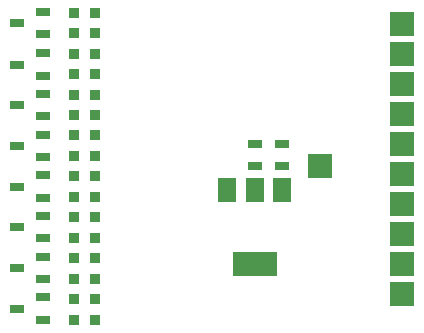
<source format=gbp>
G04*
G04 #@! TF.GenerationSoftware,Altium Limited,Altium Designer,19.1.5 (86)*
G04*
G04 Layer_Color=128*
%FSLAX25Y25*%
%MOIN*%
G70*
G01*
G75*
%ADD16R,0.07874X0.07874*%
%ADD19R,0.03543X0.03543*%
%ADD30R,0.04724X0.03150*%
%ADD31R,0.05118X0.02756*%
%ADD32R,0.14961X0.07874*%
%ADD33R,0.05906X0.07874*%
%ADD34R,0.07874X0.07874*%
D16*
X188976Y66555D02*
D03*
Y96555D02*
D03*
Y16555D02*
D03*
Y26555D02*
D03*
Y46555D02*
D03*
Y56555D02*
D03*
Y36555D02*
D03*
Y76555D02*
D03*
Y86555D02*
D03*
Y106555D02*
D03*
D19*
X79527Y110236D02*
D03*
X86614D02*
D03*
Y7874D02*
D03*
X79527D02*
D03*
Y14698D02*
D03*
X86614D02*
D03*
Y21523D02*
D03*
X79527D02*
D03*
Y28347D02*
D03*
X86614D02*
D03*
Y35171D02*
D03*
X79527D02*
D03*
Y41995D02*
D03*
X86614D02*
D03*
Y48819D02*
D03*
X79527D02*
D03*
Y55643D02*
D03*
X86614D02*
D03*
Y62467D02*
D03*
X79527D02*
D03*
Y69292D02*
D03*
X86614D02*
D03*
Y76116D02*
D03*
X79527D02*
D03*
Y82940D02*
D03*
X86614D02*
D03*
Y89764D02*
D03*
X79527D02*
D03*
Y96588D02*
D03*
X86614D02*
D03*
Y103412D02*
D03*
X79527D02*
D03*
D30*
X60630Y11614D02*
D03*
X69291Y7874D02*
D03*
Y15355D02*
D03*
Y110433D02*
D03*
Y102953D02*
D03*
X60630Y106693D02*
D03*
Y92942D02*
D03*
X69291Y89201D02*
D03*
Y96682D02*
D03*
Y83127D02*
D03*
Y75647D02*
D03*
X60630Y79387D02*
D03*
Y65833D02*
D03*
X69291Y62092D02*
D03*
Y69573D02*
D03*
Y56018D02*
D03*
Y48538D02*
D03*
X60630Y52278D02*
D03*
Y38723D02*
D03*
X69291Y34983D02*
D03*
Y42464D02*
D03*
Y28909D02*
D03*
Y21429D02*
D03*
X60630Y25169D02*
D03*
D31*
X139764Y59048D02*
D03*
Y66528D02*
D03*
X148819D02*
D03*
Y59048D02*
D03*
D32*
X139764Y26390D02*
D03*
D33*
X148819Y51193D02*
D03*
X139764D02*
D03*
X130709D02*
D03*
D34*
X161417Y59055D02*
D03*
M02*

</source>
